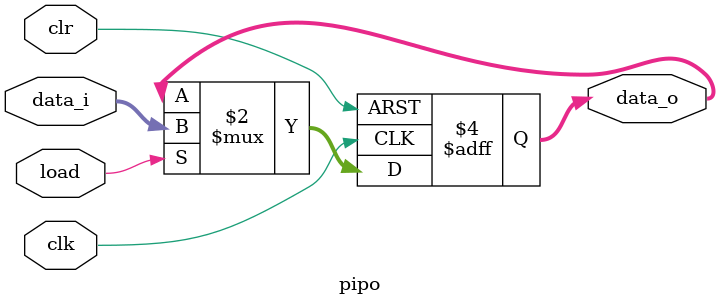
<source format=v>
module pipo#(parameter width = 16)
    (
    input clr,
    input clk,
    input load,
    input [width - 1:0] data_i,
    output reg [width - 1:0] data_o
);

always @(posedge clk or posedge clr) 
begin
    if (clr)  begin
            data_o <= {width{1'b0}};
        end
    else if (clk)  begin
            if (load) begin
                data_o <= data_i;
                end
        end
end
endmodule
</source>
